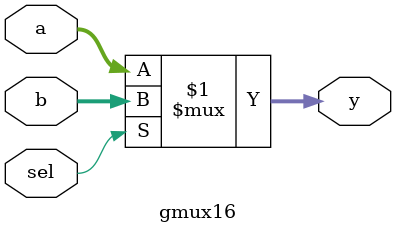
<source format=v>

module gmux16 (input [15:0] a, input [15:0] b, input sel, output [15:0] y);
    assign y = sel ? b : a;
endmodule
</source>
